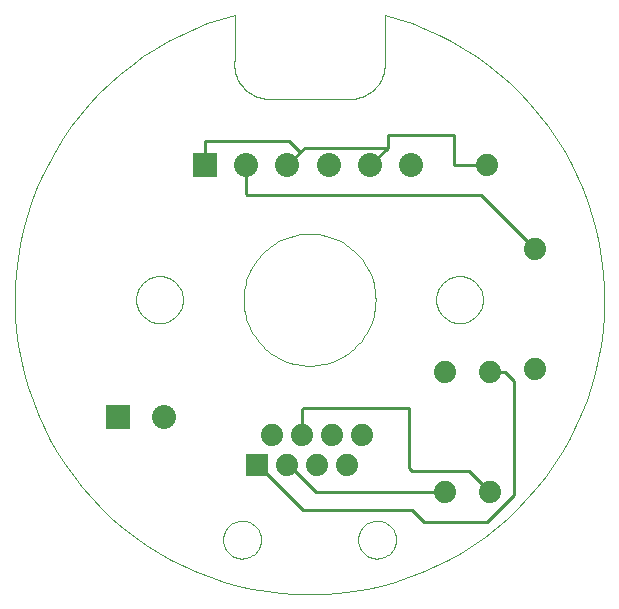
<source format=gbl>
G75*
G70*
%OFA0B0*%
%FSLAX24Y24*%
%IPPOS*%
%LPD*%
%AMOC8*
5,1,8,0,0,1.08239X$1,22.5*
%
%ADD10C,0.0010*%
%ADD11C,0.0000*%
%ADD12C,0.0740*%
%ADD13R,0.0740X0.0740*%
%ADD14R,0.0800X0.0800*%
%ADD15C,0.0800*%
%ADD16C,0.0100*%
D10*
X004154Y012400D02*
X004156Y012456D01*
X004162Y012511D01*
X004172Y012566D01*
X004186Y012620D01*
X004203Y012673D01*
X004224Y012724D01*
X004249Y012774D01*
X004278Y012822D01*
X004310Y012867D01*
X004345Y012911D01*
X004382Y012952D01*
X004423Y012989D01*
X004467Y013024D01*
X004512Y013056D01*
X004560Y013085D01*
X004610Y013110D01*
X004661Y013131D01*
X004714Y013148D01*
X004768Y013162D01*
X004823Y013172D01*
X004878Y013178D01*
X004934Y013180D01*
X004990Y013178D01*
X005045Y013172D01*
X005100Y013162D01*
X005154Y013148D01*
X005207Y013131D01*
X005258Y013110D01*
X005308Y013085D01*
X005356Y013056D01*
X005401Y013024D01*
X005445Y012989D01*
X005486Y012952D01*
X005523Y012911D01*
X005558Y012867D01*
X005590Y012822D01*
X005619Y012774D01*
X005644Y012724D01*
X005665Y012673D01*
X005682Y012620D01*
X005696Y012566D01*
X005706Y012511D01*
X005712Y012456D01*
X005714Y012400D01*
X005712Y012344D01*
X005706Y012289D01*
X005696Y012234D01*
X005682Y012180D01*
X005665Y012127D01*
X005644Y012076D01*
X005619Y012026D01*
X005590Y011978D01*
X005558Y011933D01*
X005523Y011889D01*
X005486Y011848D01*
X005445Y011811D01*
X005401Y011776D01*
X005356Y011744D01*
X005308Y011715D01*
X005258Y011690D01*
X005207Y011669D01*
X005154Y011652D01*
X005100Y011638D01*
X005045Y011628D01*
X004990Y011622D01*
X004934Y011620D01*
X004878Y011622D01*
X004823Y011628D01*
X004768Y011638D01*
X004714Y011652D01*
X004661Y011669D01*
X004610Y011690D01*
X004560Y011715D01*
X004512Y011744D01*
X004467Y011776D01*
X004423Y011811D01*
X004382Y011848D01*
X004345Y011889D01*
X004310Y011933D01*
X004278Y011978D01*
X004249Y012026D01*
X004224Y012076D01*
X004203Y012127D01*
X004186Y012180D01*
X004172Y012234D01*
X004162Y012289D01*
X004156Y012344D01*
X004154Y012400D01*
X007734Y012400D02*
X007737Y012508D01*
X007745Y012616D01*
X007758Y012723D01*
X007776Y012829D01*
X007800Y012935D01*
X007829Y013039D01*
X007863Y013141D01*
X007901Y013242D01*
X007945Y013341D01*
X007994Y013437D01*
X008047Y013531D01*
X008105Y013622D01*
X008167Y013711D01*
X008233Y013796D01*
X008304Y013877D01*
X008378Y013956D01*
X008457Y014030D01*
X008538Y014101D01*
X008623Y014167D01*
X008712Y014229D01*
X008803Y014287D01*
X008897Y014340D01*
X008993Y014389D01*
X009092Y014433D01*
X009193Y014471D01*
X009295Y014505D01*
X009399Y014534D01*
X009505Y014558D01*
X009611Y014576D01*
X009718Y014589D01*
X009826Y014597D01*
X009934Y014600D01*
X010042Y014597D01*
X010150Y014589D01*
X010257Y014576D01*
X010363Y014558D01*
X010469Y014534D01*
X010573Y014505D01*
X010675Y014471D01*
X010776Y014433D01*
X010875Y014389D01*
X010971Y014340D01*
X011065Y014287D01*
X011156Y014229D01*
X011245Y014167D01*
X011330Y014101D01*
X011411Y014030D01*
X011490Y013956D01*
X011564Y013877D01*
X011635Y013796D01*
X011701Y013711D01*
X011763Y013622D01*
X011821Y013531D01*
X011874Y013437D01*
X011923Y013341D01*
X011967Y013242D01*
X012005Y013141D01*
X012039Y013039D01*
X012068Y012935D01*
X012092Y012829D01*
X012110Y012723D01*
X012123Y012616D01*
X012131Y012508D01*
X012134Y012400D01*
X012131Y012292D01*
X012123Y012184D01*
X012110Y012077D01*
X012092Y011971D01*
X012068Y011865D01*
X012039Y011761D01*
X012005Y011659D01*
X011967Y011558D01*
X011923Y011459D01*
X011874Y011363D01*
X011821Y011269D01*
X011763Y011178D01*
X011701Y011089D01*
X011635Y011004D01*
X011564Y010923D01*
X011490Y010844D01*
X011411Y010770D01*
X011330Y010699D01*
X011245Y010633D01*
X011156Y010571D01*
X011065Y010513D01*
X010971Y010460D01*
X010875Y010411D01*
X010776Y010367D01*
X010675Y010329D01*
X010573Y010295D01*
X010469Y010266D01*
X010363Y010242D01*
X010257Y010224D01*
X010150Y010211D01*
X010042Y010203D01*
X009934Y010200D01*
X009826Y010203D01*
X009718Y010211D01*
X009611Y010224D01*
X009505Y010242D01*
X009399Y010266D01*
X009295Y010295D01*
X009193Y010329D01*
X009092Y010367D01*
X008993Y010411D01*
X008897Y010460D01*
X008803Y010513D01*
X008712Y010571D01*
X008623Y010633D01*
X008538Y010699D01*
X008457Y010770D01*
X008378Y010844D01*
X008304Y010923D01*
X008233Y011004D01*
X008167Y011089D01*
X008105Y011178D01*
X008047Y011269D01*
X007994Y011363D01*
X007945Y011459D01*
X007901Y011558D01*
X007863Y011659D01*
X007829Y011761D01*
X007800Y011865D01*
X007776Y011971D01*
X007758Y012077D01*
X007745Y012184D01*
X007737Y012292D01*
X007734Y012400D01*
X007434Y021900D02*
X006973Y021766D01*
X006519Y021610D01*
X006073Y021432D01*
X005636Y021233D01*
X005210Y021012D01*
X004794Y020771D01*
X004391Y020510D01*
X004002Y020229D01*
X003626Y019930D01*
X003266Y019613D01*
X002921Y019278D01*
X002594Y018928D01*
X002283Y018561D01*
X001991Y018180D01*
X001718Y017785D01*
X001465Y017377D01*
X001232Y016957D01*
X001020Y016526D01*
X000829Y016086D01*
X000659Y015637D01*
X000512Y015179D01*
X000388Y014716D01*
X000286Y014246D01*
X000207Y013773D01*
X000152Y013296D01*
X000120Y012817D01*
X000111Y012337D01*
X000126Y011857D01*
X000164Y011378D01*
X000226Y010902D01*
X000311Y010429D01*
X000419Y009961D01*
X000549Y009499D01*
X000702Y009044D01*
X000877Y008597D01*
X001074Y008159D01*
X001291Y007731D01*
X001530Y007314D01*
X001789Y006910D01*
X002067Y006518D01*
X002363Y006141D01*
X002678Y005778D01*
X003011Y005432D01*
X003359Y005102D01*
X003724Y004789D01*
X004103Y004495D01*
X004496Y004219D01*
X004903Y003963D01*
X005321Y003728D01*
X005750Y003513D01*
X006190Y003319D01*
X006638Y003147D01*
X007094Y002997D01*
X007557Y002869D01*
X008025Y002764D01*
X008499Y002682D01*
X008975Y002624D01*
X009454Y002589D01*
X009934Y002577D01*
X010414Y002589D01*
X010893Y002624D01*
X011369Y002682D01*
X011843Y002764D01*
X012311Y002869D01*
X012774Y002997D01*
X013230Y003147D01*
X013678Y003319D01*
X014118Y003513D01*
X014547Y003728D01*
X014965Y003963D01*
X015372Y004219D01*
X015765Y004495D01*
X016144Y004789D01*
X016509Y005102D01*
X016857Y005432D01*
X017190Y005778D01*
X017505Y006141D01*
X017801Y006518D01*
X018079Y006910D01*
X018338Y007314D01*
X018577Y007731D01*
X018794Y008159D01*
X018991Y008597D01*
X019166Y009044D01*
X019319Y009499D01*
X019449Y009961D01*
X019557Y010429D01*
X019642Y010902D01*
X019704Y011378D01*
X019742Y011857D01*
X019757Y012337D01*
X019748Y012817D01*
X019716Y013296D01*
X019661Y013773D01*
X019582Y014246D01*
X019480Y014716D01*
X019356Y015179D01*
X019209Y015637D01*
X019039Y016086D01*
X018848Y016526D01*
X018636Y016957D01*
X018403Y017377D01*
X018150Y017785D01*
X017877Y018180D01*
X017585Y018561D01*
X017274Y018928D01*
X016947Y019278D01*
X016602Y019613D01*
X016242Y019930D01*
X015866Y020229D01*
X015477Y020510D01*
X015074Y020771D01*
X014658Y021012D01*
X014232Y021233D01*
X013795Y021432D01*
X013349Y021610D01*
X012895Y021766D01*
X012434Y021900D01*
X012434Y020400D01*
X012441Y020335D01*
X012444Y020270D01*
X012443Y020205D01*
X012439Y020140D01*
X012431Y020076D01*
X012419Y020012D01*
X012404Y019948D01*
X012385Y019886D01*
X012363Y019825D01*
X012338Y019765D01*
X012309Y019707D01*
X012277Y019650D01*
X012242Y019595D01*
X012203Y019543D01*
X012162Y019492D01*
X012118Y019444D01*
X012072Y019399D01*
X012023Y019356D01*
X011972Y019316D01*
X011918Y019279D01*
X011863Y019245D01*
X011806Y019214D01*
X011747Y019186D01*
X011686Y019162D01*
X011625Y019141D01*
X011562Y019124D01*
X011498Y019110D01*
X011434Y019100D01*
X008434Y019100D01*
X008370Y019110D01*
X008306Y019124D01*
X008243Y019141D01*
X008182Y019162D01*
X008121Y019186D01*
X008062Y019214D01*
X008005Y019245D01*
X007950Y019279D01*
X007896Y019316D01*
X007845Y019356D01*
X007796Y019399D01*
X007750Y019444D01*
X007706Y019492D01*
X007665Y019543D01*
X007626Y019595D01*
X007591Y019650D01*
X007559Y019707D01*
X007530Y019765D01*
X007505Y019825D01*
X007483Y019886D01*
X007464Y019948D01*
X007449Y020012D01*
X007437Y020076D01*
X007429Y020140D01*
X007425Y020205D01*
X007424Y020270D01*
X007427Y020335D01*
X007434Y020400D01*
X007434Y021900D01*
X014154Y012400D02*
X014156Y012456D01*
X014162Y012511D01*
X014172Y012566D01*
X014186Y012620D01*
X014203Y012673D01*
X014224Y012724D01*
X014249Y012774D01*
X014278Y012822D01*
X014310Y012867D01*
X014345Y012911D01*
X014382Y012952D01*
X014423Y012989D01*
X014467Y013024D01*
X014512Y013056D01*
X014560Y013085D01*
X014610Y013110D01*
X014661Y013131D01*
X014714Y013148D01*
X014768Y013162D01*
X014823Y013172D01*
X014878Y013178D01*
X014934Y013180D01*
X014990Y013178D01*
X015045Y013172D01*
X015100Y013162D01*
X015154Y013148D01*
X015207Y013131D01*
X015258Y013110D01*
X015308Y013085D01*
X015356Y013056D01*
X015401Y013024D01*
X015445Y012989D01*
X015486Y012952D01*
X015523Y012911D01*
X015558Y012867D01*
X015590Y012822D01*
X015619Y012774D01*
X015644Y012724D01*
X015665Y012673D01*
X015682Y012620D01*
X015696Y012566D01*
X015706Y012511D01*
X015712Y012456D01*
X015714Y012400D01*
X015712Y012344D01*
X015706Y012289D01*
X015696Y012234D01*
X015682Y012180D01*
X015665Y012127D01*
X015644Y012076D01*
X015619Y012026D01*
X015590Y011978D01*
X015558Y011933D01*
X015523Y011889D01*
X015486Y011848D01*
X015445Y011811D01*
X015401Y011776D01*
X015356Y011744D01*
X015308Y011715D01*
X015258Y011690D01*
X015207Y011669D01*
X015154Y011652D01*
X015100Y011638D01*
X015045Y011628D01*
X014990Y011622D01*
X014934Y011620D01*
X014878Y011622D01*
X014823Y011628D01*
X014768Y011638D01*
X014714Y011652D01*
X014661Y011669D01*
X014610Y011690D01*
X014560Y011715D01*
X014512Y011744D01*
X014467Y011776D01*
X014423Y011811D01*
X014382Y011848D01*
X014345Y011889D01*
X014310Y011933D01*
X014278Y011978D01*
X014249Y012026D01*
X014224Y012076D01*
X014203Y012127D01*
X014186Y012180D01*
X014172Y012234D01*
X014162Y012289D01*
X014156Y012344D01*
X014154Y012400D01*
D11*
X007054Y004400D02*
X007056Y004450D01*
X007062Y004500D01*
X007072Y004549D01*
X007086Y004597D01*
X007103Y004644D01*
X007124Y004689D01*
X007149Y004733D01*
X007177Y004774D01*
X007209Y004813D01*
X007243Y004850D01*
X007280Y004884D01*
X007320Y004914D01*
X007362Y004941D01*
X007406Y004965D01*
X007452Y004986D01*
X007499Y005002D01*
X007547Y005015D01*
X007597Y005024D01*
X007646Y005029D01*
X007697Y005030D01*
X007747Y005027D01*
X007796Y005020D01*
X007845Y005009D01*
X007893Y004994D01*
X007939Y004976D01*
X007984Y004954D01*
X008027Y004928D01*
X008068Y004899D01*
X008107Y004867D01*
X008143Y004832D01*
X008175Y004794D01*
X008205Y004754D01*
X008232Y004711D01*
X008255Y004667D01*
X008274Y004621D01*
X008290Y004573D01*
X008302Y004524D01*
X008310Y004475D01*
X008314Y004425D01*
X008314Y004375D01*
X008310Y004325D01*
X008302Y004276D01*
X008290Y004227D01*
X008274Y004179D01*
X008255Y004133D01*
X008232Y004089D01*
X008205Y004046D01*
X008175Y004006D01*
X008143Y003968D01*
X008107Y003933D01*
X008068Y003901D01*
X008027Y003872D01*
X007984Y003846D01*
X007939Y003824D01*
X007893Y003806D01*
X007845Y003791D01*
X007796Y003780D01*
X007747Y003773D01*
X007697Y003770D01*
X007646Y003771D01*
X007597Y003776D01*
X007547Y003785D01*
X007499Y003798D01*
X007452Y003814D01*
X007406Y003835D01*
X007362Y003859D01*
X007320Y003886D01*
X007280Y003916D01*
X007243Y003950D01*
X007209Y003987D01*
X007177Y004026D01*
X007149Y004067D01*
X007124Y004111D01*
X007103Y004156D01*
X007086Y004203D01*
X007072Y004251D01*
X007062Y004300D01*
X007056Y004350D01*
X007054Y004400D01*
X011554Y004400D02*
X011556Y004450D01*
X011562Y004500D01*
X011572Y004549D01*
X011586Y004597D01*
X011603Y004644D01*
X011624Y004689D01*
X011649Y004733D01*
X011677Y004774D01*
X011709Y004813D01*
X011743Y004850D01*
X011780Y004884D01*
X011820Y004914D01*
X011862Y004941D01*
X011906Y004965D01*
X011952Y004986D01*
X011999Y005002D01*
X012047Y005015D01*
X012097Y005024D01*
X012146Y005029D01*
X012197Y005030D01*
X012247Y005027D01*
X012296Y005020D01*
X012345Y005009D01*
X012393Y004994D01*
X012439Y004976D01*
X012484Y004954D01*
X012527Y004928D01*
X012568Y004899D01*
X012607Y004867D01*
X012643Y004832D01*
X012675Y004794D01*
X012705Y004754D01*
X012732Y004711D01*
X012755Y004667D01*
X012774Y004621D01*
X012790Y004573D01*
X012802Y004524D01*
X012810Y004475D01*
X012814Y004425D01*
X012814Y004375D01*
X012810Y004325D01*
X012802Y004276D01*
X012790Y004227D01*
X012774Y004179D01*
X012755Y004133D01*
X012732Y004089D01*
X012705Y004046D01*
X012675Y004006D01*
X012643Y003968D01*
X012607Y003933D01*
X012568Y003901D01*
X012527Y003872D01*
X012484Y003846D01*
X012439Y003824D01*
X012393Y003806D01*
X012345Y003791D01*
X012296Y003780D01*
X012247Y003773D01*
X012197Y003770D01*
X012146Y003771D01*
X012097Y003776D01*
X012047Y003785D01*
X011999Y003798D01*
X011952Y003814D01*
X011906Y003835D01*
X011862Y003859D01*
X011820Y003886D01*
X011780Y003916D01*
X011743Y003950D01*
X011709Y003987D01*
X011677Y004026D01*
X011649Y004067D01*
X011624Y004111D01*
X011603Y004156D01*
X011586Y004203D01*
X011572Y004251D01*
X011562Y004300D01*
X011556Y004350D01*
X011554Y004400D01*
D12*
X011184Y006900D03*
X010684Y007900D03*
X010184Y006900D03*
X009684Y007900D03*
X009184Y006900D03*
X008684Y007900D03*
X011684Y007900D03*
X014434Y006000D03*
X015934Y006000D03*
X015934Y010000D03*
X017434Y010100D03*
X014434Y010000D03*
X017434Y014100D03*
X015834Y016900D03*
D13*
X008184Y006900D03*
D14*
X003564Y008500D03*
X006434Y016900D03*
D15*
X007812Y016900D03*
X009190Y016900D03*
X010568Y016900D03*
X011946Y016900D03*
X013324Y016900D03*
X005082Y008500D03*
D16*
X008184Y006900D02*
X008214Y006900D01*
X009714Y005400D01*
X013334Y005400D01*
X013734Y005000D01*
X015834Y005000D01*
X016734Y005900D01*
X016734Y009700D01*
X016434Y010000D01*
X015934Y010000D01*
X015954Y009960D01*
X013234Y008800D02*
X013234Y006800D01*
X013334Y006700D01*
X015234Y006700D01*
X015934Y006000D01*
X015894Y006000D01*
X014434Y006000D02*
X010134Y006000D01*
X009234Y006900D01*
X009184Y006900D01*
X009684Y007900D02*
X009684Y008750D01*
X009734Y008800D01*
X013234Y008800D01*
X017434Y014100D02*
X015634Y015900D01*
X007834Y015900D01*
X007812Y015922D01*
X007812Y016900D01*
X006474Y016920D02*
X006434Y016960D01*
X006434Y017700D01*
X009234Y017700D01*
X009624Y017310D01*
X009234Y016920D01*
X009190Y016900D01*
X009174Y016920D01*
X009624Y017310D02*
X009774Y017460D01*
X012474Y017460D01*
X012504Y017430D01*
X012534Y017460D01*
X012534Y017900D01*
X014734Y017900D01*
X014734Y016900D01*
X015834Y016900D01*
X015834Y016920D01*
X012504Y017430D02*
X011994Y016920D01*
X011946Y016900D01*
X006474Y016920D02*
X006434Y016900D01*
M02*

</source>
